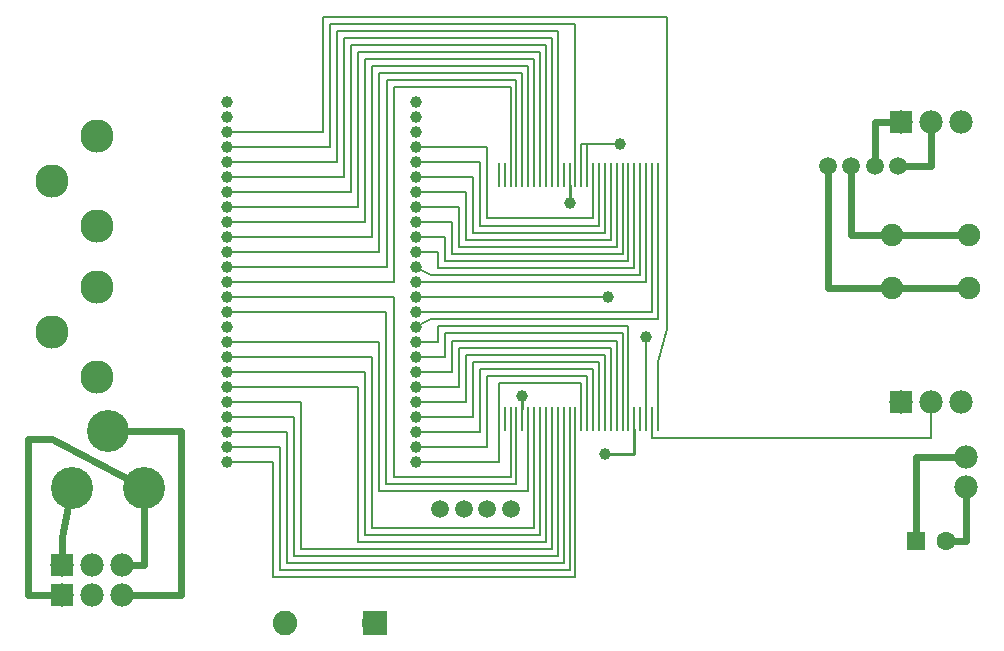
<source format=gtl>
G04 MADE WITH FRITZING*
G04 WWW.FRITZING.ORG*
G04 DOUBLE SIDED*
G04 HOLES PLATED*
G04 CONTOUR ON CENTER OF CONTOUR VECTOR*
%ASAXBY*%
%FSLAX23Y23*%
%MOIN*%
%OFA0B0*%
%SFA1.0B1.0*%
%ADD10C,0.078000*%
%ADD11C,0.039370*%
%ADD12C,0.082000*%
%ADD13C,0.075000*%
%ADD14C,0.059055*%
%ADD15C,0.110551*%
%ADD16C,0.140000*%
%ADD17C,0.062992*%
%ADD18R,0.078000X0.078000*%
%ADD19R,0.009449X0.078740*%
%ADD20R,0.082000X0.082000*%
%ADD21R,0.062992X0.062992*%
%ADD22C,0.008000*%
%ADD23C,0.010000*%
%ADD24C,0.024000*%
%LNCOPPER1*%
G90*
G70*
G54D10*
X3071Y867D03*
X3171Y867D03*
X3271Y867D03*
G54D11*
X2136Y1726D03*
X2224Y1082D03*
X1968Y1530D03*
X1810Y886D03*
X2087Y692D03*
X2096Y1216D03*
G54D12*
X1317Y129D03*
X1019Y129D03*
X1317Y129D03*
X1019Y129D03*
G54D10*
X275Y324D03*
X375Y324D03*
X475Y324D03*
X275Y224D03*
X375Y224D03*
X475Y224D03*
G54D13*
X3298Y1246D03*
X3042Y1246D03*
X3298Y1423D03*
X3042Y1423D03*
G54D11*
X825Y1866D03*
X825Y1816D03*
X825Y1766D03*
X825Y1716D03*
X825Y1666D03*
X825Y1616D03*
X825Y1566D03*
X825Y1516D03*
X825Y1466D03*
X825Y1416D03*
X825Y1366D03*
X825Y1316D03*
X825Y1266D03*
X825Y1216D03*
X825Y1166D03*
X825Y1116D03*
X825Y1066D03*
X825Y1016D03*
X825Y966D03*
X825Y916D03*
X825Y866D03*
X825Y816D03*
X825Y766D03*
X825Y716D03*
X825Y666D03*
X825Y1866D03*
X825Y1816D03*
X825Y1766D03*
X825Y1716D03*
X825Y1666D03*
X825Y1616D03*
X825Y1566D03*
X825Y1516D03*
X825Y1466D03*
X825Y1416D03*
X825Y1366D03*
X825Y1316D03*
X825Y1266D03*
X825Y1216D03*
X825Y1166D03*
X825Y1116D03*
X825Y1066D03*
X825Y1016D03*
X825Y966D03*
X825Y916D03*
X825Y866D03*
X825Y816D03*
X825Y766D03*
X825Y716D03*
X825Y666D03*
X1455Y1866D03*
X1455Y1816D03*
X1455Y1766D03*
X1455Y1716D03*
X1455Y1666D03*
X1455Y1616D03*
X1455Y1566D03*
X1455Y1516D03*
X1455Y1466D03*
X1455Y1416D03*
X1455Y1366D03*
X1455Y1316D03*
X1455Y1266D03*
X1455Y1216D03*
X1455Y1166D03*
X1455Y1116D03*
X1455Y1066D03*
X1455Y1016D03*
X1455Y966D03*
X1455Y916D03*
X1455Y866D03*
X1455Y816D03*
X1455Y766D03*
X1455Y716D03*
X1455Y666D03*
X1455Y1866D03*
X1455Y1816D03*
X1455Y1766D03*
X1455Y1716D03*
X1455Y1666D03*
X1455Y1616D03*
X1455Y1566D03*
X1455Y1516D03*
X1455Y1466D03*
X1455Y1416D03*
X1455Y1366D03*
X1455Y1316D03*
X1455Y1266D03*
X1455Y1216D03*
X1455Y1166D03*
X1455Y1116D03*
X1455Y1066D03*
X1455Y1016D03*
X1455Y966D03*
X1455Y916D03*
X1455Y866D03*
X1455Y816D03*
X1455Y766D03*
X1455Y716D03*
X1455Y666D03*
G54D14*
X1536Y509D03*
X1615Y509D03*
X1694Y509D03*
X1772Y509D03*
X1536Y509D03*
X1615Y509D03*
X1694Y509D03*
X1772Y509D03*
X2828Y1653D03*
X2907Y1653D03*
X2985Y1653D03*
X3064Y1653D03*
X2828Y1653D03*
X2907Y1653D03*
X2985Y1653D03*
X3064Y1653D03*
G54D10*
X3289Y683D03*
X3289Y583D03*
X3289Y683D03*
X3289Y583D03*
G54D15*
X243Y1100D03*
X394Y950D03*
X394Y1251D03*
X243Y1100D03*
X394Y950D03*
X394Y1251D03*
X243Y1100D03*
X394Y950D03*
X394Y1251D03*
X242Y1603D03*
X393Y1454D03*
X393Y1754D03*
X242Y1603D03*
X393Y1454D03*
X393Y1754D03*
X242Y1603D03*
X393Y1454D03*
X393Y1754D03*
G54D16*
X549Y579D03*
X309Y579D03*
X429Y769D03*
X549Y579D03*
X309Y579D03*
X429Y769D03*
G54D10*
X3072Y1801D03*
X3172Y1801D03*
X3272Y1801D03*
G54D17*
X3122Y403D03*
X3221Y403D03*
G54D18*
X3071Y867D03*
G54D19*
X2263Y1623D03*
X2243Y1623D03*
X2224Y1623D03*
X2204Y1623D03*
X2184Y1623D03*
X2164Y1623D03*
X2145Y1623D03*
X2125Y1623D03*
X2105Y1623D03*
X2086Y1623D03*
X2066Y1623D03*
X2046Y1623D03*
X2027Y1623D03*
X2007Y1623D03*
X1987Y1623D03*
X1968Y1623D03*
X1948Y1623D03*
X1928Y1623D03*
X1909Y1623D03*
X1889Y1623D03*
X1869Y1623D03*
X1849Y1623D03*
X1830Y1623D03*
X1810Y1623D03*
X1790Y1623D03*
X1771Y1623D03*
X1751Y1623D03*
X1731Y1623D03*
X1731Y808D03*
X1751Y808D03*
X1771Y808D03*
X1790Y808D03*
X1810Y808D03*
X1830Y808D03*
X1849Y808D03*
X1869Y808D03*
X1889Y808D03*
X1909Y808D03*
X1928Y808D03*
X1948Y808D03*
X1968Y808D03*
X1987Y808D03*
X2007Y808D03*
X2027Y808D03*
X2046Y808D03*
X2066Y808D03*
X2086Y808D03*
X2105Y808D03*
X2125Y808D03*
X2145Y808D03*
X2164Y808D03*
X2184Y808D03*
X2204Y808D03*
X2224Y808D03*
X2243Y808D03*
X2263Y808D03*
G54D20*
X1318Y129D03*
X1318Y129D03*
G54D18*
X275Y324D03*
X275Y224D03*
X3072Y1801D03*
G54D21*
X3122Y403D03*
G54D22*
X1217Y2081D02*
X1909Y2081D01*
D02*
X1194Y2104D02*
X1928Y2104D01*
D02*
X1170Y2127D02*
X1987Y2127D01*
D02*
X1170Y1716D02*
X1170Y2127D01*
D02*
X1194Y1666D02*
X1194Y2104D01*
D02*
X1217Y1616D02*
X1217Y2081D01*
D02*
X1909Y2081D02*
X1909Y1657D01*
D02*
X1928Y2104D02*
X1928Y1657D01*
D02*
X1987Y2127D02*
X1987Y1657D01*
D02*
X845Y1616D02*
X1217Y1616D01*
D02*
X845Y1666D02*
X1194Y1666D01*
D02*
X845Y1716D02*
X1170Y1716D01*
D02*
X1381Y1916D02*
X1771Y1916D01*
D02*
X1358Y1940D02*
X1790Y1940D01*
D02*
X1334Y1963D02*
X1810Y1963D01*
D02*
X1310Y1987D02*
X1830Y1987D01*
D02*
X1287Y2010D02*
X1850Y2010D01*
D02*
X1264Y2034D02*
X1869Y2034D01*
D02*
X1240Y2057D02*
X1889Y2057D01*
D02*
X1240Y1566D02*
X1240Y2057D01*
D02*
X1264Y1516D02*
X1264Y2034D01*
D02*
X1287Y1466D02*
X1287Y2010D01*
D02*
X1310Y1416D02*
X1310Y1987D01*
D02*
X1334Y1366D02*
X1334Y1963D01*
D02*
X1358Y1316D02*
X1358Y1940D01*
D02*
X1381Y1266D02*
X1381Y1916D01*
D02*
X1771Y1916D02*
X1771Y1657D01*
D02*
X1790Y1940D02*
X1790Y1657D01*
D02*
X1810Y1963D02*
X1810Y1657D01*
D02*
X1830Y1987D02*
X1830Y1657D01*
D02*
X1849Y2010D02*
X1849Y1657D01*
D02*
X1869Y2034D02*
X1869Y1657D01*
D02*
X1889Y2057D02*
X1889Y1657D01*
D02*
X845Y1266D02*
X1381Y1266D01*
D02*
X845Y1316D02*
X1358Y1316D01*
D02*
X845Y1366D02*
X1334Y1366D01*
D02*
X845Y1416D02*
X1310Y1416D01*
D02*
X845Y1466D02*
X1287Y1466D01*
D02*
X845Y1516D02*
X1264Y1516D01*
D02*
X845Y1566D02*
X1240Y1566D01*
D02*
X1381Y616D02*
X1771Y616D01*
D02*
X1357Y593D02*
X1790Y593D01*
D02*
X1333Y570D02*
X1830Y570D01*
D02*
X1309Y447D02*
X1850Y447D01*
D02*
X1285Y424D02*
X1869Y424D01*
D02*
X1261Y400D02*
X1889Y400D01*
D02*
X1074Y377D02*
X1909Y377D01*
D02*
X1050Y353D02*
X1928Y353D01*
D02*
X1027Y329D02*
X1948Y329D01*
D02*
X1003Y306D02*
X1968Y306D01*
D02*
X1003Y716D02*
X1003Y306D01*
D02*
X1027Y766D02*
X1027Y329D01*
D02*
X1050Y816D02*
X1050Y353D01*
D02*
X1074Y866D02*
X1074Y377D01*
D02*
X1261Y916D02*
X1261Y400D01*
D02*
X1285Y966D02*
X1285Y424D01*
D02*
X1309Y1016D02*
X1309Y447D01*
D02*
X1333Y1066D02*
X1333Y570D01*
D02*
X1357Y1166D02*
X1357Y593D01*
D02*
X1381Y1216D02*
X1381Y616D01*
D02*
X1771Y616D02*
X1771Y775D01*
D02*
X1790Y593D02*
X1790Y775D01*
D02*
X1830Y570D02*
X1830Y775D01*
D02*
X1849Y447D02*
X1849Y775D01*
D02*
X1869Y424D02*
X1869Y775D01*
D02*
X1889Y400D02*
X1889Y775D01*
D02*
X1909Y377D02*
X1909Y775D01*
D02*
X1928Y353D02*
X1928Y775D01*
D02*
X1948Y329D02*
X1948Y775D01*
D02*
X1968Y306D02*
X1968Y775D01*
D02*
X845Y716D02*
X1003Y716D01*
D02*
X845Y766D02*
X1027Y766D01*
D02*
X845Y816D02*
X1050Y816D01*
D02*
X845Y866D02*
X1074Y866D01*
D02*
X845Y916D02*
X1261Y916D01*
D02*
X845Y966D02*
X1285Y966D01*
D02*
X845Y1016D02*
X1309Y1016D01*
D02*
X845Y1066D02*
X1333Y1066D01*
D02*
X845Y1166D02*
X1357Y1166D01*
D02*
X845Y1216D02*
X1381Y1216D01*
D02*
X1693Y1716D02*
X1693Y1478D01*
D02*
X1670Y1666D02*
X1670Y1454D01*
D02*
X1646Y1616D02*
X1646Y1431D01*
D02*
X1622Y1566D02*
X1622Y1407D01*
D02*
X1599Y1516D02*
X1599Y1384D01*
D02*
X1575Y1466D02*
X1575Y1360D01*
D02*
X1552Y1416D02*
X1552Y1336D01*
D02*
X1528Y1366D02*
X1528Y1313D01*
D02*
X1693Y1478D02*
X2046Y1478D01*
D02*
X1670Y1454D02*
X2066Y1454D01*
D02*
X1646Y1431D02*
X2086Y1431D01*
D02*
X1622Y1407D02*
X2105Y1407D01*
D02*
X1599Y1384D02*
X2125Y1384D01*
D02*
X1575Y1360D02*
X2145Y1360D01*
D02*
X1552Y1336D02*
X2164Y1336D01*
D02*
X1528Y1313D02*
X2184Y1313D01*
D02*
X1505Y1289D02*
X2204Y1289D01*
D02*
X979Y282D02*
X1987Y282D01*
D02*
X979Y666D02*
X979Y282D01*
D02*
X1987Y282D02*
X1987Y775D01*
D02*
X2066Y1454D02*
X2066Y1590D01*
D02*
X2046Y1478D02*
X2046Y1590D01*
D02*
X2086Y1431D02*
X2086Y1590D01*
D02*
X2105Y1407D02*
X2105Y1590D01*
D02*
X2125Y1384D02*
X2125Y1590D01*
D02*
X2145Y1360D02*
X2145Y1590D01*
D02*
X2164Y1336D02*
X2164Y1590D01*
D02*
X2184Y1313D02*
X2184Y1590D01*
D02*
X2204Y1289D02*
X2204Y1590D01*
D02*
X1472Y1307D02*
X1505Y1289D01*
D02*
X1474Y1366D02*
X1528Y1366D01*
D02*
X1474Y1416D02*
X1552Y1416D01*
D02*
X1474Y1466D02*
X1575Y1466D01*
D02*
X1474Y1516D02*
X1599Y1516D01*
D02*
X1474Y1566D02*
X1622Y1566D01*
D02*
X1474Y1616D02*
X1646Y1616D01*
D02*
X1474Y1666D02*
X1670Y1666D01*
D02*
X1474Y1716D02*
X1693Y1716D01*
D02*
X845Y666D02*
X979Y666D01*
D02*
X1529Y1066D02*
X1529Y1118D01*
D02*
X1552Y1016D02*
X1552Y1095D01*
D02*
X1576Y966D02*
X1576Y1071D01*
D02*
X1600Y916D02*
X1600Y1047D01*
D02*
X1623Y866D02*
X1623Y1024D01*
D02*
X1647Y816D02*
X1647Y1000D01*
D02*
X1505Y1143D02*
X2263Y1142D01*
D02*
X1647Y1000D02*
X2066Y1000D01*
D02*
X1623Y1024D02*
X2086Y1024D01*
D02*
X1600Y1047D02*
X2105Y1047D01*
D02*
X1576Y1071D02*
X2125Y1071D01*
D02*
X1552Y1095D02*
X2145Y1095D01*
D02*
X1529Y1118D02*
X2164Y1118D01*
D02*
X2066Y1000D02*
X2066Y842D01*
D02*
X2086Y1024D02*
X2086Y842D01*
D02*
X2105Y1047D02*
X2105Y842D01*
D02*
X2125Y1071D02*
X2125Y842D01*
D02*
X2145Y1095D02*
X2145Y842D01*
D02*
X2164Y1118D02*
X2164Y842D01*
D02*
X2224Y1069D02*
X2224Y842D01*
D02*
X2224Y1266D02*
X2224Y1590D01*
D02*
X2243Y1166D02*
X2243Y1590D01*
D02*
X2263Y1142D02*
X2263Y1590D01*
D02*
X1474Y816D02*
X1647Y816D01*
D02*
X1474Y866D02*
X1623Y866D01*
D02*
X1474Y916D02*
X1600Y916D01*
D02*
X1474Y966D02*
X1576Y966D01*
D02*
X1474Y1016D02*
X1552Y1016D01*
D02*
X1474Y1066D02*
X1529Y1066D01*
D02*
X1472Y1125D02*
X1505Y1143D01*
D02*
X1474Y1166D02*
X2243Y1166D01*
D02*
X1474Y1266D02*
X2224Y1266D01*
D02*
X3171Y747D02*
X2243Y747D01*
D02*
X1670Y766D02*
X1670Y976D01*
D02*
X1694Y716D02*
X1694Y952D01*
D02*
X2007Y928D02*
X2007Y842D01*
D02*
X1731Y928D02*
X2007Y928D01*
D02*
X1731Y842D02*
X1731Y928D01*
D02*
X1731Y666D02*
X1731Y775D01*
D02*
X2243Y747D02*
X2243Y775D01*
D02*
X3171Y842D02*
X3171Y747D01*
D02*
X1474Y666D02*
X1731Y666D01*
D02*
X1694Y952D02*
X2027Y952D01*
D02*
X1670Y976D02*
X2046Y976D01*
D02*
X1146Y1766D02*
X1146Y2151D01*
D02*
X2046Y976D02*
X2046Y842D01*
D02*
X2027Y952D02*
X2027Y842D01*
D02*
X2263Y998D02*
X2263Y842D01*
D02*
X2294Y1110D02*
X2263Y998D01*
D02*
X2294Y2151D02*
X2294Y1110D01*
D02*
X1146Y2151D02*
X2294Y2151D01*
D02*
X845Y1766D02*
X1146Y1766D01*
D02*
X1474Y716D02*
X1694Y716D01*
D02*
X1474Y766D02*
X1670Y766D01*
G54D23*
D02*
X2184Y692D02*
X2184Y775D01*
D02*
X2100Y692D02*
X2184Y692D01*
D02*
X1968Y1544D02*
X1968Y1590D01*
G54D22*
D02*
X2007Y1726D02*
X2007Y1657D01*
D02*
X2027Y1726D02*
X2027Y1657D01*
D02*
X2123Y1726D02*
X2027Y1726D01*
D02*
X2123Y1726D02*
X2007Y1726D01*
G54D23*
D02*
X1810Y872D02*
X1810Y842D01*
G54D22*
D02*
X1474Y1216D02*
X2082Y1216D01*
G54D24*
D02*
X275Y417D02*
X275Y354D01*
D02*
X549Y324D02*
X549Y518D01*
D02*
X243Y742D02*
X161Y742D01*
D02*
X161Y224D02*
X245Y224D01*
D02*
X161Y742D02*
X161Y224D01*
D02*
X495Y608D02*
X243Y742D01*
D02*
X674Y224D02*
X674Y769D01*
D02*
X674Y769D02*
X490Y769D01*
D02*
X505Y224D02*
X674Y224D01*
D02*
X505Y324D02*
X549Y324D01*
D02*
X296Y520D02*
X275Y417D01*
D02*
X2828Y1246D02*
X2828Y1628D01*
D02*
X3014Y1246D02*
X2828Y1246D01*
D02*
X2907Y1423D02*
X2907Y1628D01*
D02*
X3014Y1423D02*
X2907Y1423D01*
D02*
X3071Y1246D02*
X3270Y1246D01*
D02*
X3071Y1423D02*
X3270Y1423D01*
D02*
X2985Y1801D02*
X2985Y1677D01*
D02*
X3042Y1801D02*
X2985Y1801D01*
D02*
X3172Y1653D02*
X3089Y1653D01*
D02*
X3172Y1771D02*
X3172Y1653D01*
D02*
X3289Y403D02*
X3248Y403D01*
D02*
X3289Y553D02*
X3289Y403D01*
D02*
X3122Y683D02*
X3122Y430D01*
D02*
X3259Y683D02*
X3122Y683D01*
G04 End of Copper1*
M02*
</source>
